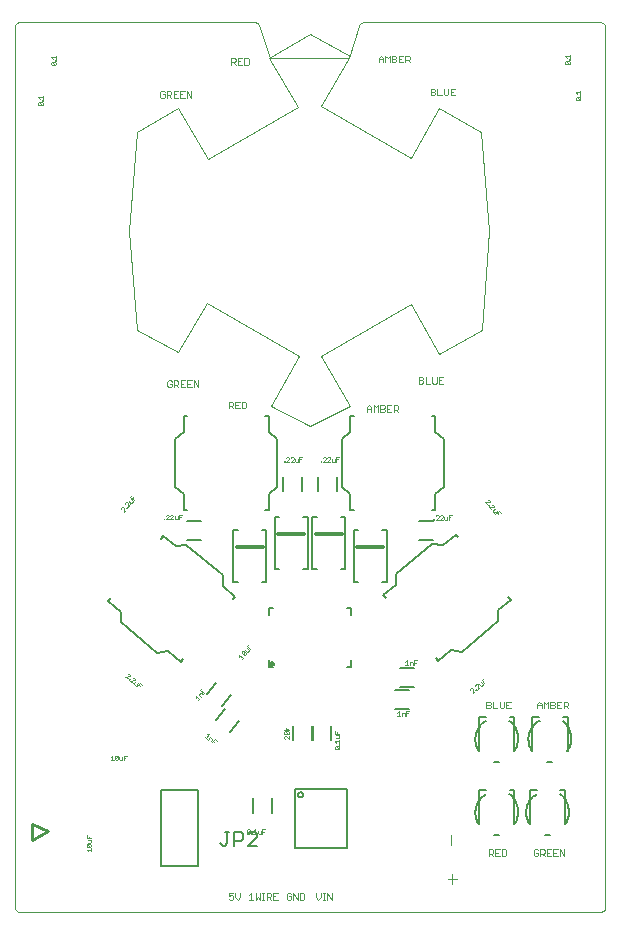
<source format=gto>
G75*
G70*
%OFA0B0*%
%FSLAX24Y24*%
%IPPOS*%
%LPD*%
%AMOC8*
5,1,8,0,0,1.08239X$1,22.5*
%
%ADD10C,0.0000*%
%ADD11C,0.0100*%
%ADD12C,0.0020*%
%ADD13C,0.0050*%
%ADD14C,0.0060*%
%ADD15C,0.0010*%
%ADD16C,0.0120*%
%ADD17C,0.0004*%
%ADD18C,0.0040*%
D10*
X001952Y001385D02*
X001952Y030747D01*
X001954Y030769D01*
X001959Y030791D01*
X001967Y030811D01*
X001979Y030830D01*
X001994Y030847D01*
X002011Y030862D01*
X002030Y030874D01*
X002050Y030882D01*
X002072Y030887D01*
X002094Y030889D01*
X009960Y030889D01*
X009982Y030887D01*
X010004Y030882D01*
X010024Y030874D01*
X010043Y030862D01*
X010060Y030848D01*
X010074Y030831D01*
X010086Y030812D01*
X010095Y030792D01*
X010094Y030792D02*
X010456Y029708D01*
X013093Y029708D01*
X013413Y030773D01*
X013421Y030794D01*
X013432Y030814D01*
X013446Y030833D01*
X013462Y030849D01*
X013481Y030863D01*
X013501Y030873D01*
X013523Y030881D01*
X013545Y030886D01*
X013568Y030888D01*
X013568Y030889D02*
X021474Y030889D01*
X021474Y030888D02*
X021497Y030886D01*
X021520Y030881D01*
X021541Y030873D01*
X021562Y030862D01*
X021580Y030848D01*
X021596Y030832D01*
X021610Y030814D01*
X021621Y030793D01*
X021629Y030772D01*
X021634Y030749D01*
X021636Y030726D01*
X021637Y030726D02*
X021637Y001405D01*
X021636Y001405D02*
X021634Y001382D01*
X021629Y001359D01*
X021621Y001338D01*
X021610Y001317D01*
X021596Y001299D01*
X021580Y001283D01*
X021562Y001269D01*
X021541Y001258D01*
X021520Y001250D01*
X021497Y001245D01*
X021474Y001243D01*
X002094Y001243D01*
X002072Y001245D01*
X002050Y001250D01*
X002030Y001258D01*
X002011Y001270D01*
X001994Y001285D01*
X001979Y001302D01*
X001967Y001321D01*
X001959Y001341D01*
X001954Y001363D01*
X001952Y001385D01*
D11*
X002542Y003645D02*
X003054Y003920D01*
X002542Y004156D01*
X002542Y003645D01*
D12*
X009088Y001867D02*
X009088Y001757D01*
X009161Y001793D01*
X009198Y001793D01*
X009234Y001757D01*
X009234Y001683D01*
X009198Y001647D01*
X009124Y001647D01*
X009088Y001683D01*
X009088Y001867D02*
X009234Y001867D01*
X009309Y001867D02*
X009309Y001720D01*
X009382Y001647D01*
X009455Y001720D01*
X009455Y001867D01*
X009757Y001793D02*
X009830Y001867D01*
X009830Y001647D01*
X009757Y001647D02*
X009904Y001647D01*
X009978Y001647D02*
X010051Y001720D01*
X010125Y001647D01*
X010125Y001867D01*
X010199Y001867D02*
X010272Y001867D01*
X010236Y001867D02*
X010236Y001647D01*
X010272Y001647D02*
X010199Y001647D01*
X010346Y001647D02*
X010346Y001867D01*
X010456Y001867D01*
X010493Y001830D01*
X010493Y001757D01*
X010456Y001720D01*
X010346Y001720D01*
X010420Y001720D02*
X010493Y001647D01*
X010567Y001647D02*
X010714Y001647D01*
X010641Y001757D02*
X010567Y001757D01*
X010567Y001867D02*
X010567Y001647D01*
X010567Y001867D02*
X010714Y001867D01*
X011017Y001830D02*
X011017Y001683D01*
X011053Y001647D01*
X011127Y001647D01*
X011164Y001683D01*
X011164Y001757D01*
X011090Y001757D01*
X011017Y001830D02*
X011053Y001867D01*
X011127Y001867D01*
X011164Y001830D01*
X011238Y001867D02*
X011385Y001647D01*
X011385Y001867D01*
X011459Y001867D02*
X011569Y001867D01*
X011606Y001830D01*
X011606Y001683D01*
X011569Y001647D01*
X011459Y001647D01*
X011459Y001867D01*
X011238Y001867D02*
X011238Y001647D01*
X012001Y001720D02*
X012074Y001647D01*
X012148Y001720D01*
X012148Y001867D01*
X012222Y001867D02*
X012295Y001867D01*
X012259Y001867D02*
X012259Y001647D01*
X012295Y001647D02*
X012222Y001647D01*
X012369Y001647D02*
X012369Y001867D01*
X012516Y001647D01*
X012516Y001867D01*
X012001Y001867D02*
X012001Y001720D01*
X009978Y001647D02*
X009978Y001867D01*
X017670Y008025D02*
X017780Y008025D01*
X017817Y008061D01*
X017817Y008098D01*
X017780Y008135D01*
X017670Y008135D01*
X017670Y008025D02*
X017670Y008245D01*
X017780Y008245D01*
X017817Y008208D01*
X017817Y008171D01*
X017780Y008135D01*
X017891Y008245D02*
X017891Y008025D01*
X018038Y008025D01*
X018112Y008061D02*
X018149Y008025D01*
X018222Y008025D01*
X018259Y008061D01*
X018259Y008245D01*
X018333Y008245D02*
X018333Y008025D01*
X018480Y008025D01*
X018407Y008135D02*
X018333Y008135D01*
X018333Y008245D02*
X018480Y008245D01*
X018112Y008245D02*
X018112Y008061D01*
X019363Y008025D02*
X019363Y008171D01*
X019437Y008245D01*
X019510Y008171D01*
X019510Y008025D01*
X019584Y008025D02*
X019584Y008245D01*
X019658Y008171D01*
X019731Y008245D01*
X019731Y008025D01*
X019805Y008025D02*
X019915Y008025D01*
X019952Y008061D01*
X019952Y008098D01*
X019915Y008135D01*
X019805Y008135D01*
X019805Y008025D02*
X019805Y008245D01*
X019915Y008245D01*
X019952Y008208D01*
X019952Y008171D01*
X019915Y008135D01*
X020026Y008135D02*
X020100Y008135D01*
X020173Y008245D02*
X020026Y008245D01*
X020026Y008025D01*
X020173Y008025D01*
X020247Y008025D02*
X020247Y008245D01*
X020357Y008245D01*
X020394Y008208D01*
X020394Y008135D01*
X020357Y008098D01*
X020247Y008098D01*
X020321Y008098D02*
X020394Y008025D01*
X019510Y008135D02*
X019363Y008135D01*
X019355Y003324D02*
X019282Y003324D01*
X019245Y003287D01*
X019245Y003140D01*
X019282Y003103D01*
X019355Y003103D01*
X019392Y003140D01*
X019392Y003213D01*
X019319Y003213D01*
X019392Y003287D02*
X019355Y003324D01*
X019466Y003324D02*
X019576Y003324D01*
X019613Y003287D01*
X019613Y003213D01*
X019576Y003177D01*
X019466Y003177D01*
X019540Y003177D02*
X019613Y003103D01*
X019687Y003103D02*
X019834Y003103D01*
X019908Y003103D02*
X020055Y003103D01*
X020129Y003103D02*
X020129Y003324D01*
X020276Y003103D01*
X020276Y003324D01*
X020055Y003324D02*
X019908Y003324D01*
X019908Y003103D01*
X019908Y003213D02*
X019981Y003213D01*
X019834Y003324D02*
X019687Y003324D01*
X019687Y003103D01*
X019687Y003213D02*
X019760Y003213D01*
X019466Y003103D02*
X019466Y003324D01*
X018338Y003287D02*
X018338Y003140D01*
X018301Y003103D01*
X018191Y003103D01*
X018191Y003324D01*
X018301Y003324D01*
X018338Y003287D01*
X018117Y003324D02*
X017970Y003324D01*
X017970Y003103D01*
X018117Y003103D01*
X018043Y003213D02*
X017970Y003213D01*
X017896Y003213D02*
X017896Y003287D01*
X017859Y003324D01*
X017749Y003324D01*
X017749Y003103D01*
X017749Y003177D02*
X017859Y003177D01*
X017896Y003213D01*
X017822Y003177D02*
X017896Y003103D01*
X014725Y017907D02*
X014651Y017980D01*
X014688Y017980D02*
X014578Y017980D01*
X014578Y017907D02*
X014578Y018127D01*
X014688Y018127D01*
X014725Y018090D01*
X014725Y018017D01*
X014688Y017980D01*
X014504Y017907D02*
X014357Y017907D01*
X014357Y018127D01*
X014504Y018127D01*
X014430Y018017D02*
X014357Y018017D01*
X014283Y018053D02*
X014246Y018017D01*
X014136Y018017D01*
X014136Y018127D02*
X014246Y018127D01*
X014283Y018090D01*
X014283Y018053D01*
X014246Y018017D02*
X014283Y017980D01*
X014283Y017943D01*
X014246Y017907D01*
X014136Y017907D01*
X014136Y018127D01*
X014062Y018127D02*
X014062Y017907D01*
X013915Y017907D02*
X013915Y018127D01*
X013988Y018053D01*
X014062Y018127D01*
X013841Y018053D02*
X013841Y017907D01*
X013841Y018017D02*
X013694Y018017D01*
X013694Y018053D02*
X013767Y018127D01*
X013841Y018053D01*
X013694Y018053D02*
X013694Y017907D01*
X015426Y018851D02*
X015536Y018851D01*
X015573Y018888D01*
X015573Y018925D01*
X015536Y018962D01*
X015426Y018962D01*
X015426Y019072D02*
X015536Y019072D01*
X015573Y019035D01*
X015573Y018998D01*
X015536Y018962D01*
X015426Y019072D02*
X015426Y018851D01*
X015647Y018851D02*
X015794Y018851D01*
X015868Y018888D02*
X015905Y018851D01*
X015978Y018851D01*
X016015Y018888D01*
X016015Y019072D01*
X016089Y019072D02*
X016089Y018851D01*
X016236Y018851D01*
X016163Y018962D02*
X016089Y018962D01*
X016089Y019072D02*
X016236Y019072D01*
X015868Y019072D02*
X015868Y018888D01*
X015647Y018851D02*
X015647Y019072D01*
X009676Y018208D02*
X009640Y018245D01*
X009530Y018245D01*
X009530Y018025D01*
X009640Y018025D01*
X009676Y018061D01*
X009676Y018208D01*
X009455Y018245D02*
X009309Y018245D01*
X009309Y018025D01*
X009455Y018025D01*
X009382Y018135D02*
X009309Y018135D01*
X009234Y018135D02*
X009198Y018098D01*
X009088Y018098D01*
X009161Y018098D02*
X009234Y018025D01*
X009234Y018135D02*
X009234Y018208D01*
X009198Y018245D01*
X009088Y018245D01*
X009088Y018025D01*
X008071Y018733D02*
X008071Y018953D01*
X007924Y018953D02*
X007924Y018733D01*
X007850Y018733D02*
X007703Y018733D01*
X007703Y018953D01*
X007850Y018953D01*
X007924Y018953D02*
X008071Y018733D01*
X007777Y018843D02*
X007703Y018843D01*
X007629Y018733D02*
X007482Y018733D01*
X007482Y018953D01*
X007629Y018953D01*
X007556Y018843D02*
X007482Y018843D01*
X007408Y018843D02*
X007371Y018807D01*
X007261Y018807D01*
X007261Y018733D02*
X007261Y018953D01*
X007371Y018953D01*
X007408Y018917D01*
X007408Y018843D01*
X007335Y018807D02*
X007408Y018733D01*
X007187Y018770D02*
X007187Y018843D01*
X007114Y018843D01*
X007187Y018770D02*
X007150Y018733D01*
X007077Y018733D01*
X007040Y018770D01*
X007040Y018917D01*
X007077Y018953D01*
X007150Y018953D01*
X007187Y018917D01*
X007172Y028379D02*
X007099Y028452D01*
X007135Y028452D02*
X007025Y028452D01*
X007025Y028379D02*
X007025Y028599D01*
X007135Y028599D01*
X007172Y028562D01*
X007172Y028489D01*
X007135Y028452D01*
X007246Y028489D02*
X007320Y028489D01*
X007246Y028379D02*
X007393Y028379D01*
X007467Y028379D02*
X007614Y028379D01*
X007688Y028379D02*
X007688Y028599D01*
X007835Y028379D01*
X007835Y028599D01*
X007614Y028599D02*
X007467Y028599D01*
X007467Y028379D01*
X007467Y028489D02*
X007541Y028489D01*
X007393Y028599D02*
X007246Y028599D01*
X007246Y028379D01*
X006951Y028416D02*
X006951Y028489D01*
X006878Y028489D01*
X006951Y028416D02*
X006914Y028379D01*
X006841Y028379D01*
X006804Y028416D01*
X006804Y028562D01*
X006841Y028599D01*
X006914Y028599D01*
X006951Y028562D01*
X009166Y029481D02*
X009166Y029702D01*
X009276Y029702D01*
X009313Y029665D01*
X009313Y029591D01*
X009276Y029555D01*
X009166Y029555D01*
X009240Y029555D02*
X009313Y029481D01*
X009387Y029481D02*
X009534Y029481D01*
X009608Y029481D02*
X009718Y029481D01*
X009755Y029518D01*
X009755Y029665D01*
X009718Y029702D01*
X009608Y029702D01*
X009608Y029481D01*
X009461Y029591D02*
X009387Y029591D01*
X009387Y029481D02*
X009387Y029702D01*
X009534Y029702D01*
X014088Y029707D02*
X014161Y029780D01*
X014234Y029707D01*
X014234Y029560D01*
X014309Y029560D02*
X014309Y029780D01*
X014382Y029707D01*
X014455Y029780D01*
X014455Y029560D01*
X014530Y029560D02*
X014530Y029780D01*
X014640Y029780D01*
X014676Y029744D01*
X014676Y029707D01*
X014640Y029670D01*
X014530Y029670D01*
X014640Y029670D02*
X014676Y029633D01*
X014676Y029597D01*
X014640Y029560D01*
X014530Y029560D01*
X014751Y029560D02*
X014751Y029780D01*
X014897Y029780D01*
X014972Y029780D02*
X015082Y029780D01*
X015118Y029744D01*
X015118Y029670D01*
X015082Y029633D01*
X014972Y029633D01*
X014972Y029560D02*
X014972Y029780D01*
X015045Y029633D02*
X015118Y029560D01*
X014897Y029560D02*
X014751Y029560D01*
X014751Y029670D02*
X014824Y029670D01*
X014234Y029670D02*
X014088Y029670D01*
X014088Y029707D02*
X014088Y029560D01*
X015820Y028678D02*
X015820Y028458D01*
X015930Y028458D01*
X015967Y028494D01*
X015967Y028531D01*
X015930Y028568D01*
X015820Y028568D01*
X015820Y028678D02*
X015930Y028678D01*
X015967Y028641D01*
X015967Y028605D01*
X015930Y028568D01*
X016041Y028678D02*
X016041Y028458D01*
X016188Y028458D01*
X016262Y028494D02*
X016299Y028458D01*
X016372Y028458D01*
X016409Y028494D01*
X016409Y028678D01*
X016483Y028678D02*
X016483Y028458D01*
X016630Y028458D01*
X016556Y028568D02*
X016483Y028568D01*
X016483Y028678D02*
X016630Y028678D01*
X016262Y028678D02*
X016262Y028494D01*
D13*
X015967Y017778D02*
X015967Y017227D01*
X016243Y016991D01*
X016243Y015416D01*
X015967Y015180D01*
X015967Y014629D01*
X015849Y014629D01*
X015874Y013517D02*
X016232Y013458D01*
X016655Y013812D01*
X016731Y013722D01*
X015874Y013517D02*
X014668Y012505D01*
X014664Y012142D01*
X014242Y011788D01*
X014318Y011697D01*
X014353Y012227D02*
X014196Y012227D01*
X014353Y012227D02*
X014353Y013960D01*
X014196Y013960D01*
X013408Y013960D02*
X013251Y013960D01*
X013251Y012227D01*
X013408Y012227D01*
X012975Y012660D02*
X012818Y012660D01*
X012975Y012660D02*
X012975Y014393D01*
X012818Y014393D01*
X013133Y014629D02*
X013133Y015180D01*
X012857Y015416D01*
X012857Y016991D01*
X013133Y017227D01*
X013133Y017778D01*
X013251Y017778D01*
X013251Y014629D02*
X013133Y014629D01*
X012030Y014393D02*
X011873Y014393D01*
X011873Y012660D01*
X012030Y012660D01*
X011717Y012660D02*
X011559Y012660D01*
X011717Y012660D02*
X011717Y014393D01*
X011559Y014393D01*
X010772Y014393D02*
X010614Y014393D01*
X010614Y012660D01*
X010772Y012660D01*
X010336Y012227D02*
X010179Y012227D01*
X010336Y012227D02*
X010336Y013959D01*
X010179Y013959D01*
X010298Y014630D02*
X010416Y014630D01*
X010416Y015181D01*
X010692Y015417D01*
X010692Y016992D01*
X010416Y017228D01*
X010416Y017780D01*
X010298Y017780D01*
X009391Y013959D02*
X009234Y013959D01*
X009234Y012227D01*
X009391Y012227D01*
X009306Y011750D02*
X009230Y011659D01*
X009306Y011750D02*
X008883Y012104D01*
X008880Y012467D01*
X007673Y013479D01*
X007315Y013420D01*
X006893Y013774D01*
X006817Y013684D01*
X007582Y014630D02*
X007582Y015181D01*
X007306Y015417D01*
X007306Y016992D01*
X007582Y017228D01*
X007582Y017780D01*
X007700Y017780D01*
X007700Y014630D02*
X007582Y014630D01*
X005071Y011603D02*
X005493Y011249D01*
X005497Y010886D01*
X006703Y009874D01*
X007061Y009933D01*
X007484Y009578D01*
X007560Y009669D01*
X005147Y011693D02*
X005071Y011603D01*
X006834Y005298D02*
X008054Y005298D01*
X008054Y002778D01*
X006834Y002778D01*
X006834Y005298D01*
X008809Y003520D02*
X008884Y003445D01*
X008959Y003445D01*
X009034Y003520D01*
X009034Y003895D01*
X008959Y003895D02*
X009109Y003895D01*
X009269Y003895D02*
X009494Y003895D01*
X009570Y003820D01*
X009570Y003670D01*
X009494Y003595D01*
X009269Y003595D01*
X009269Y003445D02*
X009269Y003895D01*
X009730Y003820D02*
X009805Y003895D01*
X009955Y003895D01*
X010030Y003820D01*
X010030Y003745D01*
X009730Y003445D01*
X010030Y003445D01*
X011282Y003369D02*
X011282Y005337D01*
X013015Y005337D01*
X013015Y003369D01*
X011282Y003369D01*
X011391Y005141D02*
X011393Y005159D01*
X011399Y005177D01*
X011408Y005193D01*
X011420Y005206D01*
X011435Y005217D01*
X011452Y005225D01*
X011470Y005229D01*
X011488Y005229D01*
X011506Y005225D01*
X011523Y005217D01*
X011538Y005206D01*
X011550Y005193D01*
X011559Y005177D01*
X011565Y005159D01*
X011567Y005141D01*
X011565Y005123D01*
X011559Y005105D01*
X011550Y005089D01*
X011538Y005076D01*
X011523Y005065D01*
X011506Y005057D01*
X011488Y005053D01*
X011470Y005053D01*
X011452Y005057D01*
X011435Y005065D01*
X011420Y005076D01*
X011408Y005089D01*
X011399Y005105D01*
X011393Y005123D01*
X011391Y005141D01*
X010574Y009393D02*
X010416Y009393D01*
X010416Y009629D01*
X010478Y009511D02*
X010480Y009525D01*
X010486Y009539D01*
X010494Y009551D01*
X010506Y009559D01*
X010520Y009565D01*
X010534Y009567D01*
X010548Y009565D01*
X010562Y009559D01*
X010574Y009551D01*
X010582Y009539D01*
X010588Y009525D01*
X010590Y009511D01*
X010588Y009497D01*
X010582Y009483D01*
X010574Y009471D01*
X010562Y009463D01*
X010548Y009457D01*
X010534Y009455D01*
X010520Y009457D01*
X010506Y009463D01*
X010494Y009471D01*
X010486Y009483D01*
X010480Y009497D01*
X010478Y009511D01*
X010416Y011125D02*
X010416Y011361D01*
X010574Y011361D01*
X013015Y011361D02*
X013172Y011361D01*
X013172Y011125D01*
X013172Y009629D02*
X013172Y009393D01*
X013015Y009393D01*
X015988Y009707D02*
X016064Y009616D01*
X016486Y009970D01*
X016844Y009911D01*
X018051Y010923D01*
X018055Y011286D01*
X018477Y011641D01*
X018401Y011731D01*
X018448Y007739D02*
X018605Y007739D01*
X018605Y006597D01*
X019196Y006597D02*
X019196Y007739D01*
X019432Y007739D01*
X020212Y007597D02*
X020253Y007564D01*
X020292Y007527D01*
X020328Y007488D01*
X020361Y007446D01*
X020390Y007402D01*
X020417Y007355D01*
X020440Y007308D01*
X020460Y007258D01*
X020476Y007207D01*
X020488Y007155D01*
X020496Y007103D01*
X020501Y007050D01*
X020502Y006997D01*
X020499Y006944D01*
X020492Y006891D01*
X020481Y006839D01*
X020467Y006787D01*
X020449Y006737D01*
X020427Y006689D01*
X020402Y006642D01*
X020374Y006597D01*
X020377Y006597D02*
X020377Y007739D01*
X020219Y007739D01*
X019443Y007614D02*
X019399Y007588D01*
X019357Y007558D01*
X019318Y007526D01*
X019280Y007491D01*
X019246Y007453D01*
X019214Y007413D01*
X019185Y007371D01*
X019159Y007327D01*
X019137Y007281D01*
X019117Y007234D01*
X019102Y007185D01*
X019090Y007135D01*
X019081Y007085D01*
X019076Y007034D01*
X019075Y006983D01*
X019078Y006932D01*
X019084Y006881D01*
X019094Y006831D01*
X019107Y006781D01*
X019124Y006733D01*
X019144Y006686D01*
X019168Y006641D01*
X019195Y006597D01*
X019708Y006243D02*
X019865Y006243D01*
X020141Y005298D02*
X020298Y005298D01*
X020298Y004156D01*
X019786Y003802D02*
X019629Y003802D01*
X019117Y004156D02*
X019117Y005298D01*
X019353Y005298D01*
X020133Y005156D02*
X020174Y005123D01*
X020213Y005086D01*
X020249Y005047D01*
X020282Y005005D01*
X020311Y004961D01*
X020338Y004914D01*
X020361Y004867D01*
X020381Y004817D01*
X020397Y004766D01*
X020409Y004714D01*
X020417Y004662D01*
X020422Y004609D01*
X020423Y004556D01*
X020420Y004503D01*
X020413Y004450D01*
X020402Y004398D01*
X020388Y004346D01*
X020370Y004296D01*
X020348Y004248D01*
X020323Y004201D01*
X020295Y004156D01*
X019117Y004156D02*
X019090Y004200D01*
X019066Y004245D01*
X019046Y004292D01*
X019029Y004340D01*
X019016Y004390D01*
X019006Y004440D01*
X019000Y004491D01*
X018997Y004542D01*
X018998Y004593D01*
X019003Y004644D01*
X019012Y004694D01*
X019024Y004744D01*
X019039Y004793D01*
X019059Y004840D01*
X019081Y004886D01*
X019107Y004930D01*
X019136Y004972D01*
X019168Y005012D01*
X019202Y005050D01*
X019240Y005085D01*
X019279Y005117D01*
X019321Y005147D01*
X019365Y005173D01*
X018605Y005298D02*
X018605Y004156D01*
X018093Y003802D02*
X017936Y003802D01*
X017424Y004156D02*
X017424Y005298D01*
X017660Y005298D01*
X018440Y005156D02*
X018481Y005123D01*
X018520Y005086D01*
X018556Y005047D01*
X018589Y005005D01*
X018618Y004961D01*
X018645Y004914D01*
X018668Y004867D01*
X018688Y004817D01*
X018704Y004766D01*
X018716Y004714D01*
X018724Y004662D01*
X018729Y004609D01*
X018730Y004556D01*
X018727Y004503D01*
X018720Y004450D01*
X018709Y004398D01*
X018695Y004346D01*
X018677Y004296D01*
X018655Y004248D01*
X018630Y004201D01*
X018602Y004156D01*
X017424Y004156D02*
X017397Y004200D01*
X017373Y004245D01*
X017353Y004292D01*
X017336Y004340D01*
X017323Y004390D01*
X017313Y004440D01*
X017307Y004491D01*
X017304Y004542D01*
X017305Y004593D01*
X017310Y004644D01*
X017319Y004694D01*
X017331Y004744D01*
X017346Y004793D01*
X017366Y004840D01*
X017388Y004886D01*
X017414Y004930D01*
X017443Y004972D01*
X017475Y005012D01*
X017509Y005050D01*
X017547Y005085D01*
X017586Y005117D01*
X017628Y005147D01*
X017672Y005173D01*
X018448Y005298D02*
X018605Y005298D01*
X018093Y006243D02*
X017936Y006243D01*
X017424Y006597D02*
X017424Y007739D01*
X017660Y007739D01*
X018440Y007597D02*
X018481Y007564D01*
X018520Y007527D01*
X018556Y007488D01*
X018589Y007446D01*
X018618Y007402D01*
X018645Y007355D01*
X018668Y007308D01*
X018688Y007258D01*
X018704Y007207D01*
X018716Y007155D01*
X018724Y007103D01*
X018729Y007050D01*
X018730Y006997D01*
X018727Y006944D01*
X018720Y006891D01*
X018709Y006839D01*
X018695Y006787D01*
X018677Y006737D01*
X018655Y006689D01*
X018630Y006642D01*
X018602Y006597D01*
X017424Y006597D02*
X017397Y006641D01*
X017373Y006686D01*
X017353Y006733D01*
X017336Y006781D01*
X017323Y006831D01*
X017313Y006881D01*
X017307Y006932D01*
X017304Y006983D01*
X017305Y007034D01*
X017310Y007085D01*
X017319Y007135D01*
X017331Y007185D01*
X017346Y007234D01*
X017366Y007281D01*
X017388Y007327D01*
X017414Y007371D01*
X017443Y007413D01*
X017475Y007453D01*
X017509Y007491D01*
X017547Y007526D01*
X017586Y007558D01*
X017628Y007588D01*
X017672Y007614D01*
X015967Y017778D02*
X015849Y017778D01*
D14*
X015889Y014274D02*
X015416Y014274D01*
X015416Y013645D02*
X015889Y013645D01*
X015262Y009378D02*
X014790Y009378D01*
X014790Y008748D02*
X015262Y008748D01*
X015092Y008635D02*
X014619Y008635D01*
X014619Y008006D02*
X015092Y008006D01*
X012507Y007448D02*
X012507Y006975D01*
X011877Y006975D02*
X011877Y007448D01*
X011845Y007444D02*
X011845Y006971D01*
X011215Y006971D02*
X011215Y007444D01*
X009429Y007591D02*
X009125Y007229D01*
X008643Y007634D02*
X008946Y007996D01*
X008845Y008106D02*
X009149Y008468D01*
X008666Y008873D02*
X008363Y008511D01*
X009904Y005023D02*
X009904Y004550D01*
X010534Y004550D02*
X010534Y005023D01*
X008172Y013645D02*
X007700Y013645D01*
X007700Y014275D02*
X008172Y014275D01*
X010889Y015259D02*
X010889Y015731D01*
X011518Y015731D02*
X011518Y015259D01*
X012070Y015259D02*
X012070Y015731D01*
X012700Y015731D02*
X012700Y015259D01*
D15*
X012663Y016249D02*
X012663Y016399D01*
X012763Y016399D01*
X012713Y016324D02*
X012663Y016324D01*
X012616Y016349D02*
X012616Y016249D01*
X012541Y016249D01*
X012516Y016274D01*
X012516Y016349D01*
X012468Y016349D02*
X012468Y016374D01*
X012443Y016399D01*
X012393Y016399D01*
X012368Y016374D01*
X012321Y016374D02*
X012296Y016399D01*
X012246Y016399D01*
X012221Y016374D01*
X012321Y016374D02*
X012321Y016349D01*
X012221Y016249D01*
X012321Y016249D01*
X012368Y016249D02*
X012468Y016349D01*
X012468Y016249D02*
X012368Y016249D01*
X012172Y016249D02*
X012147Y016249D01*
X012147Y016274D01*
X012172Y016274D01*
X012172Y016249D01*
X011542Y016399D02*
X011442Y016399D01*
X011442Y016249D01*
X011395Y016249D02*
X011395Y016349D01*
X011442Y016324D02*
X011492Y016324D01*
X011395Y016249D02*
X011320Y016249D01*
X011295Y016274D01*
X011295Y016349D01*
X011248Y016349D02*
X011248Y016374D01*
X011223Y016399D01*
X011173Y016399D01*
X011147Y016374D01*
X011100Y016374D02*
X011075Y016399D01*
X011025Y016399D01*
X011000Y016374D01*
X011100Y016374D02*
X011100Y016349D01*
X011000Y016249D01*
X011100Y016249D01*
X011147Y016249D02*
X011248Y016349D01*
X011248Y016249D02*
X011147Y016249D01*
X010952Y016249D02*
X010927Y016249D01*
X010927Y016274D01*
X010952Y016274D01*
X010952Y016249D01*
X007527Y014470D02*
X007427Y014470D01*
X007427Y014320D01*
X007380Y014320D02*
X007380Y014420D01*
X007427Y014395D02*
X007477Y014395D01*
X007380Y014320D02*
X007304Y014320D01*
X007279Y014345D01*
X007279Y014420D01*
X007232Y014420D02*
X007232Y014445D01*
X007207Y014470D01*
X007157Y014470D01*
X007132Y014445D01*
X007085Y014445D02*
X007060Y014470D01*
X007010Y014470D01*
X006985Y014445D01*
X007085Y014445D02*
X007085Y014420D01*
X006985Y014320D01*
X007085Y014320D01*
X007132Y014320D02*
X007232Y014420D01*
X007232Y014320D02*
X007132Y014320D01*
X006936Y014320D02*
X006911Y014320D01*
X006911Y014345D01*
X006936Y014345D01*
X006936Y014320D01*
X005923Y014968D02*
X005808Y015065D01*
X005872Y015142D01*
X005898Y015055D02*
X005865Y015017D01*
X005816Y014997D02*
X005892Y014932D01*
X005844Y014875D01*
X005809Y014872D01*
X005751Y014920D01*
X005721Y014884D02*
X005702Y014900D01*
X005667Y014897D01*
X005635Y014858D01*
X005638Y014823D01*
X005721Y014884D02*
X005733Y014743D01*
X005798Y014819D01*
X005702Y014705D02*
X005686Y014686D01*
X005667Y014702D01*
X005683Y014721D01*
X005702Y014705D01*
X005656Y014650D02*
X005591Y014573D01*
X005579Y014714D01*
X005560Y014730D01*
X005525Y014727D01*
X005492Y014689D01*
X005496Y014654D01*
X005754Y009182D02*
X005719Y009179D01*
X005754Y009182D02*
X005792Y009150D01*
X005795Y009115D01*
X005779Y009095D01*
X005638Y009083D01*
X005715Y009019D01*
X005751Y008988D02*
X005770Y008972D01*
X005786Y008991D01*
X005767Y009008D01*
X005751Y008988D01*
X005808Y008941D02*
X005949Y008953D01*
X005965Y008972D01*
X005962Y009008D01*
X005923Y009040D01*
X005888Y009037D01*
X005808Y008941D02*
X005884Y008877D01*
X005937Y008865D02*
X005940Y008830D01*
X005997Y008782D01*
X006061Y008859D01*
X006082Y008809D02*
X006120Y008777D01*
X006130Y008867D02*
X006207Y008802D01*
X006130Y008867D02*
X006033Y008752D01*
X005937Y008865D02*
X005985Y008923D01*
X005688Y006444D02*
X005588Y006444D01*
X005588Y006294D01*
X005540Y006294D02*
X005540Y006394D01*
X005588Y006369D02*
X005638Y006369D01*
X005540Y006294D02*
X005465Y006294D01*
X005440Y006319D01*
X005440Y006394D01*
X005393Y006419D02*
X005293Y006319D01*
X005318Y006294D01*
X005368Y006294D01*
X005393Y006319D01*
X005393Y006419D01*
X005368Y006444D01*
X005318Y006444D01*
X005293Y006419D01*
X005293Y006319D01*
X005246Y006294D02*
X005146Y006294D01*
X005196Y006294D02*
X005196Y006444D01*
X005146Y006394D01*
X004349Y003798D02*
X004349Y003698D01*
X004499Y003698D01*
X004499Y003651D02*
X004399Y003651D01*
X004424Y003698D02*
X004424Y003748D01*
X004499Y003651D02*
X004499Y003576D01*
X004474Y003551D01*
X004399Y003551D01*
X004374Y003503D02*
X004474Y003403D01*
X004499Y003428D01*
X004499Y003478D01*
X004474Y003503D01*
X004374Y003503D01*
X004349Y003478D01*
X004349Y003428D01*
X004374Y003403D01*
X004474Y003403D01*
X004499Y003356D02*
X004499Y003256D01*
X004499Y003306D02*
X004349Y003306D01*
X004399Y003256D01*
X007990Y008369D02*
X007984Y008439D01*
X008099Y008343D01*
X008131Y008381D02*
X008067Y008304D01*
X008162Y008417D02*
X008085Y008482D01*
X008133Y008539D01*
X008168Y008542D01*
X008226Y008494D01*
X008256Y008530D02*
X008141Y008627D01*
X008206Y008703D01*
X008231Y008617D02*
X008199Y008578D01*
X008353Y007155D02*
X008423Y007162D01*
X008327Y007047D01*
X008288Y007079D02*
X008365Y007014D01*
X008401Y006984D02*
X008465Y007061D01*
X008523Y007012D01*
X008526Y006977D01*
X008478Y006920D01*
X008514Y006889D02*
X008611Y007004D01*
X008687Y006940D01*
X008601Y006915D02*
X008562Y006947D01*
X009514Y009667D02*
X009579Y009743D01*
X009546Y009705D02*
X009431Y009802D01*
X009438Y009731D01*
X009513Y009860D02*
X009510Y009895D01*
X009542Y009934D01*
X009577Y009937D01*
X009590Y009796D01*
X009625Y009799D01*
X009657Y009837D01*
X009654Y009872D01*
X009577Y009937D01*
X009627Y009957D02*
X009684Y009909D01*
X009720Y009912D01*
X009768Y009969D01*
X009691Y010034D01*
X009741Y010054D02*
X009773Y010092D01*
X009683Y010102D02*
X009748Y010179D01*
X009683Y010102D02*
X009798Y010005D01*
X009590Y009796D02*
X009513Y009860D01*
X010991Y007379D02*
X011041Y007304D01*
X011091Y007379D01*
X011091Y007304D02*
X010941Y007304D01*
X010966Y007257D02*
X011066Y007157D01*
X011091Y007182D01*
X011091Y007232D01*
X011066Y007257D01*
X010966Y007257D01*
X010941Y007232D01*
X010941Y007182D01*
X010966Y007157D01*
X011066Y007157D01*
X011091Y007109D02*
X011091Y007009D01*
X010991Y007109D01*
X010966Y007109D01*
X010941Y007084D01*
X010941Y007034D01*
X010966Y007009D01*
X012626Y006930D02*
X012676Y006880D01*
X012626Y006930D02*
X012776Y006930D01*
X012776Y006880D02*
X012776Y006980D01*
X012751Y007027D02*
X012776Y007052D01*
X012776Y007127D01*
X012676Y007127D01*
X012701Y007175D02*
X012701Y007225D01*
X012626Y007175D02*
X012626Y007275D01*
X012626Y007175D02*
X012776Y007175D01*
X012751Y007027D02*
X012676Y007027D01*
X012751Y006831D02*
X012776Y006831D01*
X012776Y006806D01*
X012751Y006806D01*
X012751Y006831D01*
X012751Y006759D02*
X012776Y006734D01*
X012776Y006684D01*
X012751Y006659D01*
X012651Y006759D01*
X012751Y006759D01*
X012651Y006759D02*
X012626Y006734D01*
X012626Y006684D01*
X012651Y006659D01*
X012751Y006659D01*
X014700Y007778D02*
X014800Y007778D01*
X014847Y007778D02*
X014847Y007878D01*
X014922Y007878D01*
X014947Y007853D01*
X014947Y007778D01*
X014994Y007778D02*
X014994Y007928D01*
X015094Y007928D01*
X015044Y007853D02*
X014994Y007853D01*
X014750Y007928D02*
X014750Y007778D01*
X014700Y007878D02*
X014750Y007928D01*
X014969Y009473D02*
X015069Y009473D01*
X015116Y009473D02*
X015116Y009574D01*
X015191Y009574D01*
X015216Y009549D01*
X015216Y009473D01*
X015263Y009473D02*
X015263Y009624D01*
X015363Y009624D01*
X015313Y009549D02*
X015263Y009549D01*
X015019Y009624D02*
X015019Y009473D01*
X014969Y009574D02*
X015019Y009624D01*
X017135Y008658D02*
X017132Y008623D01*
X017135Y008658D02*
X017174Y008691D01*
X017209Y008687D01*
X017225Y008668D01*
X017213Y008527D01*
X017289Y008592D01*
X017326Y008622D02*
X017345Y008638D01*
X017329Y008657D01*
X017309Y008641D01*
X017326Y008622D01*
X017382Y008669D02*
X017394Y008810D01*
X017378Y008830D01*
X017343Y008833D01*
X017305Y008800D01*
X017302Y008765D01*
X017382Y008669D02*
X017459Y008734D01*
X017479Y008783D02*
X017514Y008780D01*
X017571Y008828D01*
X017507Y008905D01*
X017559Y008916D02*
X017598Y008948D01*
X017608Y008859D02*
X017511Y008974D01*
X017588Y009038D01*
X017430Y008841D02*
X017479Y008783D01*
X016422Y014315D02*
X016422Y014465D01*
X016522Y014465D01*
X016472Y014390D02*
X016422Y014390D01*
X016375Y014415D02*
X016375Y014315D01*
X016300Y014315D01*
X016275Y014340D01*
X016275Y014415D01*
X016227Y014415D02*
X016227Y014440D01*
X016202Y014465D01*
X016152Y014465D01*
X016127Y014440D01*
X016080Y014440D02*
X016055Y014465D01*
X016005Y014465D01*
X015980Y014440D01*
X016080Y014440D02*
X016080Y014415D01*
X015980Y014315D01*
X016080Y014315D01*
X016127Y014315D02*
X016227Y014415D01*
X016227Y014315D02*
X016127Y014315D01*
X015931Y014315D02*
X015906Y014315D01*
X015906Y014340D01*
X015931Y014340D01*
X015931Y014315D01*
X017633Y014900D02*
X017774Y014888D01*
X017793Y014904D01*
X017796Y014939D01*
X017764Y014978D01*
X017729Y014981D01*
X017633Y014900D02*
X017697Y014824D01*
X017728Y014788D02*
X017744Y014768D01*
X017763Y014785D01*
X017747Y014804D01*
X017728Y014788D01*
X017775Y014731D02*
X017916Y014719D01*
X017935Y014735D01*
X017938Y014770D01*
X017906Y014808D01*
X017871Y014812D01*
X017775Y014731D02*
X017839Y014654D01*
X017889Y014634D02*
X017886Y014599D01*
X017934Y014542D01*
X018011Y014606D01*
X018022Y014554D02*
X018054Y014515D01*
X017964Y014505D02*
X018079Y014602D01*
X018144Y014525D01*
X017946Y014683D02*
X017889Y014634D01*
X010302Y003993D02*
X010201Y003993D01*
X010201Y003843D01*
X010154Y003843D02*
X010154Y003943D01*
X010201Y003918D02*
X010251Y003918D01*
X010154Y003843D02*
X010079Y003843D01*
X010054Y003868D01*
X010054Y003943D01*
X009957Y003993D02*
X009957Y003843D01*
X009907Y003843D02*
X010007Y003843D01*
X009907Y003943D02*
X009957Y003993D01*
X009858Y003868D02*
X009858Y003843D01*
X009833Y003843D01*
X009833Y003868D01*
X009858Y003868D01*
X009786Y003868D02*
X009761Y003843D01*
X009711Y003843D01*
X009686Y003868D01*
X009786Y003968D01*
X009786Y003868D01*
X009786Y003968D02*
X009761Y003993D01*
X009711Y003993D01*
X009686Y003968D01*
X009686Y003868D01*
X002858Y028124D02*
X002758Y028224D01*
X002858Y028224D01*
X002883Y028199D01*
X002883Y028149D01*
X002858Y028124D01*
X002758Y028124D01*
X002733Y028149D01*
X002733Y028199D01*
X002758Y028224D01*
X002858Y028271D02*
X002858Y028296D01*
X002883Y028296D01*
X002883Y028271D01*
X002858Y028271D01*
X002883Y028344D02*
X002883Y028445D01*
X002883Y028395D02*
X002733Y028395D01*
X002783Y028344D01*
X003194Y029460D02*
X003169Y029485D01*
X003169Y029535D01*
X003194Y029560D01*
X003295Y029460D01*
X003320Y029485D01*
X003320Y029535D01*
X003295Y029560D01*
X003194Y029560D01*
X003194Y029460D02*
X003295Y029460D01*
X003295Y029607D02*
X003295Y029632D01*
X003320Y029632D01*
X003320Y029607D01*
X003295Y029607D01*
X003320Y029681D02*
X003320Y029781D01*
X003320Y029731D02*
X003169Y029731D01*
X003219Y029681D01*
X020298Y029761D02*
X020348Y029711D01*
X020298Y029761D02*
X020448Y029761D01*
X020448Y029711D02*
X020448Y029811D01*
X020448Y029662D02*
X020448Y029637D01*
X020423Y029637D01*
X020423Y029662D01*
X020448Y029662D01*
X020423Y029590D02*
X020448Y029565D01*
X020448Y029515D01*
X020423Y029490D01*
X020323Y029590D01*
X020423Y029590D01*
X020323Y029590D02*
X020298Y029565D01*
X020298Y029515D01*
X020323Y029490D01*
X020423Y029490D01*
X020656Y028559D02*
X020806Y028559D01*
X020806Y028509D02*
X020806Y028609D01*
X020706Y028509D02*
X020656Y028559D01*
X020781Y028460D02*
X020806Y028460D01*
X020806Y028435D01*
X020781Y028435D01*
X020781Y028460D01*
X020781Y028388D02*
X020806Y028363D01*
X020806Y028313D01*
X020781Y028288D01*
X020681Y028388D01*
X020781Y028388D01*
X020681Y028388D02*
X020656Y028363D01*
X020656Y028313D01*
X020681Y028288D01*
X020781Y028288D01*
D16*
X012857Y013841D02*
X011991Y013841D01*
X011599Y013841D02*
X010732Y013841D01*
X010218Y013408D02*
X009352Y013408D01*
X013369Y013408D02*
X014235Y013408D01*
D17*
X011778Y017432D02*
X013117Y018101D01*
X012172Y019755D01*
X015164Y021487D01*
X016109Y019834D01*
X017526Y020621D01*
X017763Y023928D01*
X017487Y027235D01*
X016109Y028023D01*
X015164Y026369D01*
X012172Y028101D01*
X013117Y029755D01*
X011778Y030503D01*
X010440Y029715D01*
X011385Y028062D01*
X008393Y026330D01*
X007408Y028023D01*
X006030Y027235D01*
X005755Y023928D01*
X006030Y020621D01*
X007408Y019912D01*
X008353Y021526D01*
X011424Y019755D01*
X010479Y018101D01*
X011778Y017432D01*
D18*
X016493Y003787D02*
X016493Y003480D01*
X016532Y002487D02*
X016532Y002181D01*
X016379Y002334D02*
X016686Y002334D01*
M02*

</source>
